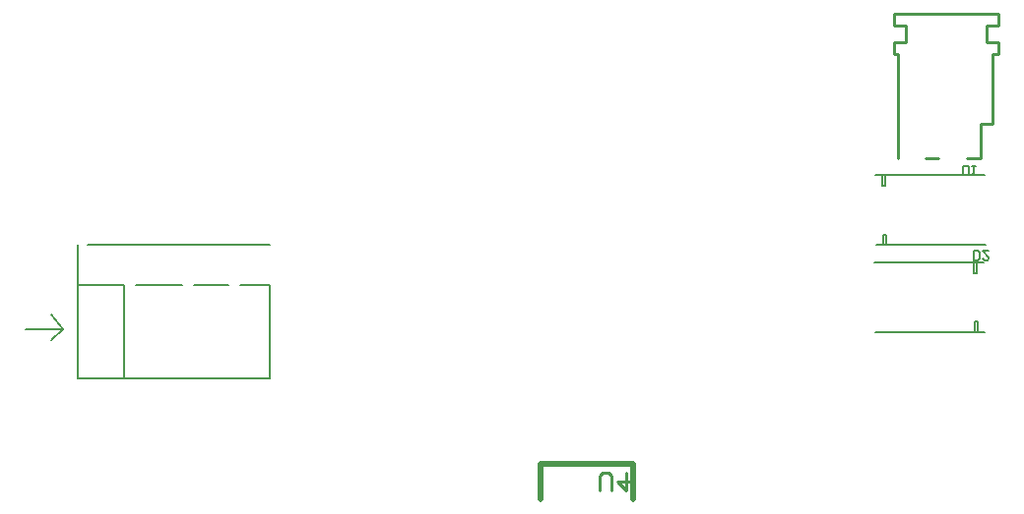
<source format=gbo>
G04 Layer_Color=32896*
%FSLAX43Y43*%
%MOMM*%
G71*
G01*
G75*
%ADD42C,0.152*%
%ADD43C,0.254*%
%ADD64C,0.200*%
%ADD71C,0.152*%
%ADD118C,0.500*%
D42*
X12013Y30498D02*
X14513D01*
Y22490D02*
Y30490D01*
X-4237Y27990D02*
X-3237Y26740D01*
X-4237Y25740D02*
X-3237Y26740D01*
X-4237Y25740D02*
X-3237Y26740D01*
X-6487D02*
X-3237D01*
X2013Y22490D02*
Y30490D01*
X8018Y30491D02*
X11018D01*
X3005D02*
X7005D01*
X-1987Y30472D02*
X2031D01*
X-1987Y22490D02*
X14513D01*
X-1987D02*
Y33971D01*
Y22490D02*
Y33971D01*
X-1149Y34021D02*
X14513D01*
D43*
X68200Y50400D02*
X68580Y50392D01*
X74498Y41400D02*
X75700D01*
Y44400D01*
X76700D01*
Y50400D01*
X77200D01*
Y51400D01*
X76200D02*
X77200D01*
X76200D02*
Y52900D01*
X77200D01*
Y53900D01*
X73200D02*
X77200D01*
X70942Y41401D02*
X72022Y41400D01*
X68580Y41392D02*
Y50392D01*
X68200Y50400D02*
Y51400D01*
X69200D01*
Y52900D01*
X68200D02*
X69200D01*
X68200D02*
Y53900D01*
X73200D01*
X42875Y12802D02*
Y14072D01*
X43129Y14326D01*
X43637D01*
X43891Y14072D01*
Y12802D01*
X45160Y14326D02*
Y12802D01*
X44399Y13564D01*
X45414D01*
D64*
X66674Y33957D02*
X76074D01*
X71374Y39957D02*
X75974D01*
X71374D02*
X75974D01*
X66574D02*
X71374D01*
X67274Y33957D02*
Y34857D01*
X67574D01*
Y33957D02*
Y34857D01*
X67474Y39057D02*
Y39957D01*
X67174Y39057D02*
X67474D01*
X67174D02*
Y39957D01*
X66547Y32439D02*
X75947D01*
X66647Y26439D02*
X71247D01*
X66647D02*
X71247D01*
X76047D01*
X75347Y31539D02*
Y32439D01*
X75047Y31539D02*
X75347D01*
X75047D02*
Y32439D01*
X75147Y26439D02*
Y27339D01*
X75447D01*
Y26439D02*
Y27339D01*
D71*
X75047Y32639D02*
Y33439D01*
X75447D01*
X75580Y33305D01*
Y32772D01*
X75447Y32639D01*
X75047D01*
X76380Y33439D02*
X75847D01*
X76380Y32905D01*
Y32772D01*
X76247Y32639D01*
X75980D01*
X75847Y32772D01*
X74143Y39967D02*
Y40767D01*
X74542D01*
X74676Y40634D01*
Y40101D01*
X74542Y39967D01*
X74143D01*
X74942Y40767D02*
X75209D01*
X75076D01*
Y39967D01*
X74942Y40101D01*
D118*
X45819Y12089D02*
Y15089D01*
X37819D02*
X45819D01*
X37819Y12089D02*
Y15089D01*
M02*

</source>
